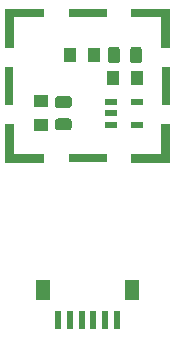
<source format=gbr>
G04 #@! TF.GenerationSoftware,KiCad,Pcbnew,(5.0.0)*
G04 #@! TF.CreationDate,2018-11-17T14:05:54+01:00*
G04 #@! TF.ProjectId,refPhotoDiode_MDversion,72656650686F746F44696F64655F4D44,rev?*
G04 #@! TF.SameCoordinates,Original*
G04 #@! TF.FileFunction,Paste,Bot*
G04 #@! TF.FilePolarity,Positive*
%FSLAX46Y46*%
G04 Gerber Fmt 4.6, Leading zero omitted, Abs format (unit mm)*
G04 Created by KiCad (PCBNEW (5.0.0)) date 11/17/18 14:05:54*
%MOMM*%
%LPD*%
G01*
G04 APERTURE LIST*
%ADD10R,1.000000X1.250000*%
%ADD11C,0.100000*%
%ADD12C,0.975000*%
%ADD13R,3.300000X0.750000*%
%ADD14R,0.750000X3.300000*%
%ADD15C,0.750000*%
%ADD16R,1.100000X0.600000*%
%ADD17R,1.250000X1.000000*%
%ADD18R,0.600000X1.550000*%
%ADD19R,1.200000X1.800000*%
G04 APERTURE END LIST*
D10*
G04 #@! TO.C,C3*
X154170000Y-85815000D03*
X152170000Y-85815000D03*
G04 #@! TD*
D11*
G04 #@! TO.C,L1*
G36*
X152500142Y-83206174D02*
X152523803Y-83209684D01*
X152547007Y-83215496D01*
X152569529Y-83223554D01*
X152591153Y-83233782D01*
X152611670Y-83246079D01*
X152630883Y-83260329D01*
X152648607Y-83276393D01*
X152664671Y-83294117D01*
X152678921Y-83313330D01*
X152691218Y-83333847D01*
X152701446Y-83355471D01*
X152709504Y-83377993D01*
X152715316Y-83401197D01*
X152718826Y-83424858D01*
X152720000Y-83448750D01*
X152720000Y-84361250D01*
X152718826Y-84385142D01*
X152715316Y-84408803D01*
X152709504Y-84432007D01*
X152701446Y-84454529D01*
X152691218Y-84476153D01*
X152678921Y-84496670D01*
X152664671Y-84515883D01*
X152648607Y-84533607D01*
X152630883Y-84549671D01*
X152611670Y-84563921D01*
X152591153Y-84576218D01*
X152569529Y-84586446D01*
X152547007Y-84594504D01*
X152523803Y-84600316D01*
X152500142Y-84603826D01*
X152476250Y-84605000D01*
X151988750Y-84605000D01*
X151964858Y-84603826D01*
X151941197Y-84600316D01*
X151917993Y-84594504D01*
X151895471Y-84586446D01*
X151873847Y-84576218D01*
X151853330Y-84563921D01*
X151834117Y-84549671D01*
X151816393Y-84533607D01*
X151800329Y-84515883D01*
X151786079Y-84496670D01*
X151773782Y-84476153D01*
X151763554Y-84454529D01*
X151755496Y-84432007D01*
X151749684Y-84408803D01*
X151746174Y-84385142D01*
X151745000Y-84361250D01*
X151745000Y-83448750D01*
X151746174Y-83424858D01*
X151749684Y-83401197D01*
X151755496Y-83377993D01*
X151763554Y-83355471D01*
X151773782Y-83333847D01*
X151786079Y-83313330D01*
X151800329Y-83294117D01*
X151816393Y-83276393D01*
X151834117Y-83260329D01*
X151853330Y-83246079D01*
X151873847Y-83233782D01*
X151895471Y-83223554D01*
X151917993Y-83215496D01*
X151941197Y-83209684D01*
X151964858Y-83206174D01*
X151988750Y-83205000D01*
X152476250Y-83205000D01*
X152500142Y-83206174D01*
X152500142Y-83206174D01*
G37*
D12*
X152232500Y-83905000D03*
D11*
G36*
X154375142Y-83206174D02*
X154398803Y-83209684D01*
X154422007Y-83215496D01*
X154444529Y-83223554D01*
X154466153Y-83233782D01*
X154486670Y-83246079D01*
X154505883Y-83260329D01*
X154523607Y-83276393D01*
X154539671Y-83294117D01*
X154553921Y-83313330D01*
X154566218Y-83333847D01*
X154576446Y-83355471D01*
X154584504Y-83377993D01*
X154590316Y-83401197D01*
X154593826Y-83424858D01*
X154595000Y-83448750D01*
X154595000Y-84361250D01*
X154593826Y-84385142D01*
X154590316Y-84408803D01*
X154584504Y-84432007D01*
X154576446Y-84454529D01*
X154566218Y-84476153D01*
X154553921Y-84496670D01*
X154539671Y-84515883D01*
X154523607Y-84533607D01*
X154505883Y-84549671D01*
X154486670Y-84563921D01*
X154466153Y-84576218D01*
X154444529Y-84586446D01*
X154422007Y-84594504D01*
X154398803Y-84600316D01*
X154375142Y-84603826D01*
X154351250Y-84605000D01*
X153863750Y-84605000D01*
X153839858Y-84603826D01*
X153816197Y-84600316D01*
X153792993Y-84594504D01*
X153770471Y-84586446D01*
X153748847Y-84576218D01*
X153728330Y-84563921D01*
X153709117Y-84549671D01*
X153691393Y-84533607D01*
X153675329Y-84515883D01*
X153661079Y-84496670D01*
X153648782Y-84476153D01*
X153638554Y-84454529D01*
X153630496Y-84432007D01*
X153624684Y-84408803D01*
X153621174Y-84385142D01*
X153620000Y-84361250D01*
X153620000Y-83448750D01*
X153621174Y-83424858D01*
X153624684Y-83401197D01*
X153630496Y-83377993D01*
X153638554Y-83355471D01*
X153648782Y-83333847D01*
X153661079Y-83313330D01*
X153675329Y-83294117D01*
X153691393Y-83276393D01*
X153709117Y-83260329D01*
X153728330Y-83246079D01*
X153748847Y-83233782D01*
X153770471Y-83223554D01*
X153792993Y-83215496D01*
X153816197Y-83209684D01*
X153839858Y-83206174D01*
X153863750Y-83205000D01*
X154351250Y-83205000D01*
X154375142Y-83206174D01*
X154375142Y-83206174D01*
G37*
D12*
X154107500Y-83905000D03*
G04 #@! TD*
D13*
G04 #@! TO.C,U2*
X150000000Y-80350000D03*
X150000000Y-92650000D03*
D14*
X143370000Y-86500000D03*
X156630000Y-86500000D03*
D15*
X155355000Y-80350000D03*
D11*
G36*
X156255000Y-83275000D02*
X156255000Y-80725000D01*
X153705000Y-80725000D01*
X153705000Y-79975000D01*
X157005000Y-79975000D01*
X157005000Y-83275000D01*
X156255000Y-83275000D01*
X156255000Y-83275000D01*
G37*
D15*
X144645000Y-92650000D03*
D11*
G36*
X143745000Y-89725000D02*
X143745000Y-92275000D01*
X146295000Y-92275000D01*
X146295000Y-93025000D01*
X142995000Y-93025000D01*
X142995000Y-89725000D01*
X143745000Y-89725000D01*
X143745000Y-89725000D01*
G37*
D15*
X143370000Y-81625000D03*
D11*
G36*
X146295000Y-80725000D02*
X143745000Y-80725000D01*
X143745000Y-83275000D01*
X142995000Y-83275000D01*
X142995000Y-79975000D01*
X146295000Y-79975000D01*
X146295000Y-80725000D01*
X146295000Y-80725000D01*
G37*
D15*
X156630000Y-91375000D03*
D11*
G36*
X153705000Y-92275000D02*
X156255000Y-92275000D01*
X156255000Y-89725000D01*
X157005000Y-89725000D01*
X157005000Y-93025000D01*
X153705000Y-93025000D01*
X153705000Y-92275000D01*
X153705000Y-92275000D01*
G37*
G04 #@! TD*
D16*
G04 #@! TO.C,U1*
X151950000Y-89800000D03*
X151950000Y-87900000D03*
X151950000Y-88850000D03*
X154150000Y-87900000D03*
X154150000Y-89800000D03*
G04 #@! TD*
D10*
G04 #@! TO.C,C2*
X148560000Y-83885000D03*
X150560000Y-83885000D03*
G04 #@! TD*
D17*
G04 #@! TO.C,C1*
X146061528Y-87828852D03*
X146061528Y-89828852D03*
G04 #@! TD*
D11*
G04 #@! TO.C,R1*
G36*
X148441670Y-89280026D02*
X148465331Y-89283536D01*
X148488535Y-89289348D01*
X148511057Y-89297406D01*
X148532681Y-89307634D01*
X148553198Y-89319931D01*
X148572411Y-89334181D01*
X148590135Y-89350245D01*
X148606199Y-89367969D01*
X148620449Y-89387182D01*
X148632746Y-89407699D01*
X148642974Y-89429323D01*
X148651032Y-89451845D01*
X148656844Y-89475049D01*
X148660354Y-89498710D01*
X148661528Y-89522602D01*
X148661528Y-90010102D01*
X148660354Y-90033994D01*
X148656844Y-90057655D01*
X148651032Y-90080859D01*
X148642974Y-90103381D01*
X148632746Y-90125005D01*
X148620449Y-90145522D01*
X148606199Y-90164735D01*
X148590135Y-90182459D01*
X148572411Y-90198523D01*
X148553198Y-90212773D01*
X148532681Y-90225070D01*
X148511057Y-90235298D01*
X148488535Y-90243356D01*
X148465331Y-90249168D01*
X148441670Y-90252678D01*
X148417778Y-90253852D01*
X147505278Y-90253852D01*
X147481386Y-90252678D01*
X147457725Y-90249168D01*
X147434521Y-90243356D01*
X147411999Y-90235298D01*
X147390375Y-90225070D01*
X147369858Y-90212773D01*
X147350645Y-90198523D01*
X147332921Y-90182459D01*
X147316857Y-90164735D01*
X147302607Y-90145522D01*
X147290310Y-90125005D01*
X147280082Y-90103381D01*
X147272024Y-90080859D01*
X147266212Y-90057655D01*
X147262702Y-90033994D01*
X147261528Y-90010102D01*
X147261528Y-89522602D01*
X147262702Y-89498710D01*
X147266212Y-89475049D01*
X147272024Y-89451845D01*
X147280082Y-89429323D01*
X147290310Y-89407699D01*
X147302607Y-89387182D01*
X147316857Y-89367969D01*
X147332921Y-89350245D01*
X147350645Y-89334181D01*
X147369858Y-89319931D01*
X147390375Y-89307634D01*
X147411999Y-89297406D01*
X147434521Y-89289348D01*
X147457725Y-89283536D01*
X147481386Y-89280026D01*
X147505278Y-89278852D01*
X148417778Y-89278852D01*
X148441670Y-89280026D01*
X148441670Y-89280026D01*
G37*
D12*
X147961528Y-89766352D03*
D11*
G36*
X148441670Y-87405026D02*
X148465331Y-87408536D01*
X148488535Y-87414348D01*
X148511057Y-87422406D01*
X148532681Y-87432634D01*
X148553198Y-87444931D01*
X148572411Y-87459181D01*
X148590135Y-87475245D01*
X148606199Y-87492969D01*
X148620449Y-87512182D01*
X148632746Y-87532699D01*
X148642974Y-87554323D01*
X148651032Y-87576845D01*
X148656844Y-87600049D01*
X148660354Y-87623710D01*
X148661528Y-87647602D01*
X148661528Y-88135102D01*
X148660354Y-88158994D01*
X148656844Y-88182655D01*
X148651032Y-88205859D01*
X148642974Y-88228381D01*
X148632746Y-88250005D01*
X148620449Y-88270522D01*
X148606199Y-88289735D01*
X148590135Y-88307459D01*
X148572411Y-88323523D01*
X148553198Y-88337773D01*
X148532681Y-88350070D01*
X148511057Y-88360298D01*
X148488535Y-88368356D01*
X148465331Y-88374168D01*
X148441670Y-88377678D01*
X148417778Y-88378852D01*
X147505278Y-88378852D01*
X147481386Y-88377678D01*
X147457725Y-88374168D01*
X147434521Y-88368356D01*
X147411999Y-88360298D01*
X147390375Y-88350070D01*
X147369858Y-88337773D01*
X147350645Y-88323523D01*
X147332921Y-88307459D01*
X147316857Y-88289735D01*
X147302607Y-88270522D01*
X147290310Y-88250005D01*
X147280082Y-88228381D01*
X147272024Y-88205859D01*
X147266212Y-88182655D01*
X147262702Y-88158994D01*
X147261528Y-88135102D01*
X147261528Y-87647602D01*
X147262702Y-87623710D01*
X147266212Y-87600049D01*
X147272024Y-87576845D01*
X147280082Y-87554323D01*
X147290310Y-87532699D01*
X147302607Y-87512182D01*
X147316857Y-87492969D01*
X147332921Y-87475245D01*
X147350645Y-87459181D01*
X147369858Y-87444931D01*
X147390375Y-87432634D01*
X147411999Y-87422406D01*
X147434521Y-87414348D01*
X147457725Y-87408536D01*
X147481386Y-87405026D01*
X147505278Y-87403852D01*
X148417778Y-87403852D01*
X148441670Y-87405026D01*
X148441670Y-87405026D01*
G37*
D12*
X147961528Y-87891352D03*
G04 #@! TD*
D18*
G04 #@! TO.C,J3*
X152500000Y-106325000D03*
X151500000Y-106325000D03*
X150500000Y-106325000D03*
X149500000Y-106325000D03*
X148500000Y-106325000D03*
X147500000Y-106325000D03*
D19*
X153800000Y-103800000D03*
X146200000Y-103800000D03*
G04 #@! TD*
M02*

</source>
